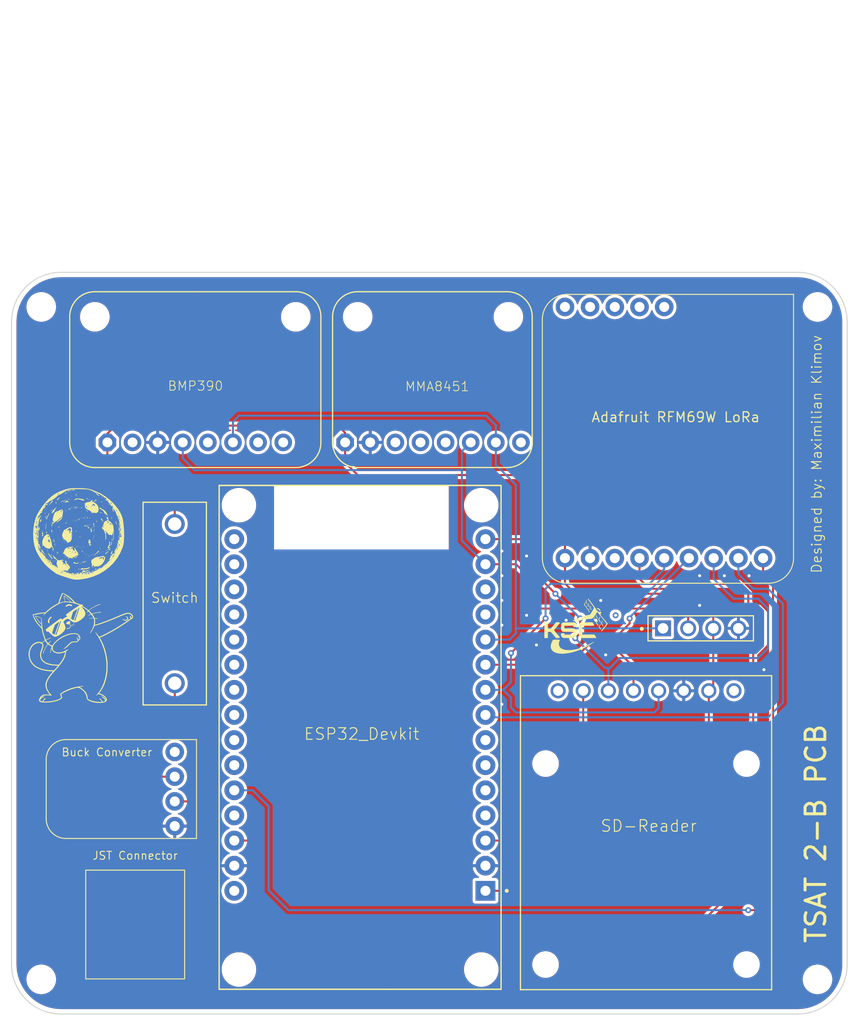
<source format=kicad_pcb>
(kicad_pcb (version 20241229) (generator "pcbnew") (generator_version "9.0")
  (layers (0 "F.Cu" signal) (2 "B.Cu" signal) (13 "F.Paste" user) (15 "B.Paste" user) (5 "F.SilkS" user "F.Silkscreen") (7 "B.SilkS" user "B.Silkscreen") (1 "F.Mask" user) (3 "B.Mask" user) (25 "Edge.Cuts" user))
  (net 0 "")
  (net 1 "3V3")
  (net 2 "GND")
  (net 3 "IRQ")
  (net 4 "SCK/CLK")
  (net 5 "MISO")
  (net 6 "MOSI")
  (net 7 "CS")
  (net 8 "RST")
  (net 9 "N$1")
  (net 10 "SCL")
  (net 11 "SDA")
  (net 12 "5V")
  (net 13 "CS-SD")
  (footprint "TSAT2-B PCB Footprints:MODULE_254_vf.UWP1QFmtRbe75N6hh3BVtg" (layer "F.Cu") (at 160.0809 116.9834 90)
    (property "Reference" "REF**" (hide yes))
    (property "Value" "SD-Reader" (at 0 -4.66 0) (layer "F.SilkS") (effects (font (size 1.1684 1.1684) (thickness 0.1016)) (justify left bottom)))
    (pad "" np_thru_hole circle (at -13.335 -10.16 90) (size 2.2 2.2) (drill 2.2) (layers "*.Cu" "*.Mask"))
    (pad "" np_thru_hole circle (at -13.335 10.16 90) (size 2.2 2.2) (drill 2.2) (layers "*.Cu" "*.Mask"))
    (pad "" np_thru_hole circle (at 6.985 -10.16 90) (size 2.2 2.2) (drill 2.2) (layers "*.Cu" "*.Mask"))
    (pad "" np_thru_hole circle (at 6.985 10.16 90) (size 2.2 2.2) (drill 2.2) (layers "*.Cu" "*.Mask"))
    (pad "1" thru_hole circle (at 14.351 -8.89 90) (size 1.53 1.53) (drill 1.02) (layers "*.Cu" "*.Mask"))
    (pad "2" thru_hole circle (at 14.351 -6.35 90) (size 1.53 1.53) (drill 1.02) (layers "*.Cu" "*.Mask") (net 13 "CS-SD"))
    (pad "3" thru_hole circle (at 14.351 -3.81 90) (size 1.53 1.53) (drill 1.02) (layers "*.Cu" "*.Mask") (net 6 "MOSI"))
    (pad "4" thru_hole circle (at 14.351 -1.27 90) (size 1.53 1.53) (drill 1.02) (layers "*.Cu" "*.Mask") (net 5 "MISO"))
    (pad "5" thru_hole circle (at 14.351 1.27 90) (size 1.53 1.53) (drill 1.02) (layers "*.Cu" "*.Mask") (net 4 "SCK/CLK"))
    (pad "6" thru_hole circle (at 14.351 3.81 90) (size 1.53 1.53) (drill 1.02) (layers "*.Cu" "*.Mask") (net 2 "GND"))
    (pad "7" thru_hole circle (at 14.351 6.35 90) (size 1.53 1.53) (drill 1.02) (layers "*.Cu" "*.Mask") (net 1 "3V3"))
    (pad "8" thru_hole circle (at 14.351 8.89 90) (size 1.53 1.53) (drill 1.02) (layers "*.Cu" "*.Mask"))
  )
  (footprint "TSAT2-B PCB Footprints:KITTY CAT BIGGER" (layer "F.Cu") (at 102.9209 98.3184)
    (property "Reference" "G***" (hide yes))
    (property "Value" "LOGO" (hide yes))
  )
  (footprint "TSat0-PCB_v17:dummyfp2" (layer "F.Cu") (at 98.9209 63.8184)
    (property "Reference" "UNK_HOLE_2" (hide yes))
    (property "Value" "")
    (pad "" np_thru_hole circle (at 0 0) (size 2.5 2.5) (drill 2.5) (layers "*.Cu" "*.Mask"))
  )
  (footprint "TSAT2-B PCB Footprints:LoRa" (layer "F.Cu") (at 154.4949 92.5484)
    (property "Reference" "REF**" (hide yes))
    (property "Value" "LoRa" (hide yes))
    (fp_text user "Adafruit RFM69W LoRa" (at 0 -17 0) (layer "F.SilkS") (effects (font (thickness 0.125)) (justify left bottom)))
    (pad "1" thru_hole circle (at -2.614 -28.73) (size 1.8796 1.8796) (drill 1.016) (layers "*.Cu" "*.Mask"))
    (pad "1" thru_hole circle (at -2.613999 -3.33) (size 1.8796 1.8796) (drill 1.016) (layers "*.Cu" "*.Mask") (net 1 "3V3"))
    (pad "2" thru_hole circle (at -0.074 -28.73) (size 1.8796 1.8796) (drill 1.016) (layers "*.Cu" "*.Mask"))
    (pad "2" thru_hole circle (at -0.073999 -3.33) (size 1.8796 1.8796) (drill 1.016) (layers "*.Cu" "*.Mask") (net 2 "GND"))
    (pad "3" thru_hole circle (at 2.426 -28.73) (size 1.8796 1.8796) (drill 1.016) (layers "*.Cu" "*.Mask"))
    (pad "3" thru_hole circle (at 2.426001 -3.33) (size 1.8796 1.8796) (drill 1.016) (layers "*.Cu" "*.Mask"))
    (pad "4" thru_hole circle (at 4.926 -28.73) (size 1.8796 1.8796) (drill 1.016) (layers "*.Cu" "*.Mask"))
    (pad "4" thru_hole circle (at 4.926001 -3.33) (size 1.8796 1.8796) (drill 1.016) (layers "*.Cu" "*.Mask") (net 3 "IRQ"))
    (pad "5" thru_hole circle (at 7.426 -28.73) (size 1.8796 1.8796) (drill 1.016) (layers "*.Cu" "*.Mask"))
    (pad "5" thru_hole circle (at 7.426001 -3.33) (size 1.8796 1.8796) (drill 1.016) (layers "*.Cu" "*.Mask") (net 4 "SCK/CLK"))
    (pad "6" thru_hole circle (at 9.926001 -3.33) (size 1.8796 1.8796) (drill 1.016) (layers "*.Cu" "*.Mask") (net 5 "MISO"))
    (pad "7" thru_hole circle (at 12.426001 -3.33) (size 1.8796 1.8796) (drill 1.016) (layers "*.Cu" "*.Mask") (net 6 "MOSI"))
    (pad "8" thru_hole circle (at 14.926001 -3.33) (size 1.8796 1.8796) (drill 1.016) (layers "*.Cu" "*.Mask") (net 7 "CS"))
    (pad "9" thru_hole circle (at 17.426001 -3.33) (size 1.8796 1.8796) (drill 1.016) (layers "*.Cu" "*.Mask") (net 8 "RST"))
  )
  (footprint "TSAT2-B PCB Footprints:Boost Converter Adafruit" (layer "F.Cu") (at 109.4209 112.5684 90)
    (property "Reference" "REF**" (hide yes))
    (property "Value" "Boost Converter Adafruit" (hide yes))
    (pad "3V" thru_hole circle (at -1.25 3 90) (size 1.8796 1.8796) (drill 1.016) (layers "*.Cu" "*.Mask") (net 9 "N$1"))
    (pad "EN" thru_hole circle (at 3.75 3 90) (size 1.8796 1.8796) (drill 1.016) (layers "*.Cu" "*.Mask"))
    (pad "GND" thru_hole circle (at -3.75 3 90) (size 1.8796 1.8796) (drill 1.016) (layers "*.Cu" "*.Mask") (net 2 "GND"))
    (pad "VIN" thru_hole circle (at 1.25 3 90) (size 1.8796 1.8796) (drill 1.016) (layers "*.Cu" "*.Mask") (net 12 "5V"))
  )
  (footprint "DUMMY_507" (layer "F.Cu") (at 95 34.5)
    (property "Reference" "FRAME1" (hide yes))
    (property "Value" "FRAME-LETTERNO_PACKAGE" (hide yes))
  )
  (footprint "TSAT2-B PCB Footprints:COOKIES BIGGER" (layer "F.Cu") (at 102.4209 86.8184)
    (property "Reference" "G***" (hide yes))
    (property "Value" "LOGO" (hide yes))
  )
  (footprint "TSAT2-B PCB Footprints:KSC LOGO 2ND" (layer "F.Cu") (at 152.9209 96.3184)
    (property "Reference" "G***" (hide yes))
    (property "Value" "LOGO" (hide yes))
  )
  (footprint "TSAT2-B PCB Footprints:OMRON-MICROSWITCH-FP_vf.UWP1QFmtRbe75N6hh3BVtg" (layer "F.Cu") (at 112.4209 85.7684 90)
    (property "Reference" "REF**" (hide yes))
    (property "Value" "")
    (pad "COM" thru_hole circle (at -16.1 0 90) (size 2.025 2.025) (drill 1.35) (layers "*.Cu" "*.Mask") (net 9 "N$1"))
    (pad "NC" thru_hole circle (at 0 0 90) (size 2.025 2.025) (drill 1.35) (layers "*.Cu" "*.Mask") (net 1 "3V3"))
  )
  (footprint "TSAT2-B PCB Footprints:BMP390" (layer "F.Cu") (at 101.8009 80.0584)
    (property "Reference" "REF**" (hide yes))
    (property "Value" "")
    (pad "" np_thru_hole circle (at 2.54 -15.24) (size 2.5 2.5) (drill 2.5) (layers "*.Cu" "*.Mask"))
    (pad "" np_thru_hole circle (at 22.86 -15.24) (size 2.5 2.5) (drill 2.5) (layers "*.Cu" "*.Mask"))
    (pad "3.3V" thru_hole circle (at 6.35 -2.54 90) (size 1.778 1.778) (drill 1) (layers "*.Cu" "*.Mask"))
    (pad "CS" thru_hole circle (at 19.05 -2.54 90) (size 1.778 1.778) (drill 1) (layers "*.Cu" "*.Mask"))
    (pad "GND" thru_hole circle (at 8.89 -2.54 90) (size 1.778 1.778) (drill 1) (layers "*.Cu" "*.Mask") (net 2 "GND"))
    (pad "INT" thru_hole circle (at 21.59 -2.54 90) (size 1.778 1.778) (drill 1) (layers "*.Cu" "*.Mask"))
    (pad "SCK/SCL" thru_hole circle (at 11.43 -2.54 90) (size 1.778 1.778) (drill 1) (layers "*.Cu" "*.Mask") (net 10 "SCL"))
    (pad "SDI/SDA" thru_hole circle (at 16.51 -2.54 90) (size 1.778 1.778) (drill 1) (layers "*.Cu" "*.Mask") (net 11 "SDA"))
    (pad "SDO/ADR" thru_hole circle (at 13.97 -2.54 90) (size 1.778 1.778) (drill 1) (layers "*.Cu" "*.Mask"))
    (pad "VCC" thru_hole roundrect (at 3.81 -2.54 180) (size 1.778 1.778) (drill 1) (layers "*.Cu" "*.Mask") (chamfer_ratio 0.2928932188) (chamfer top_left top_right bottom_left bottom_right) (net 1 "3V3"))
  )
  (footprint "TSAT2-B PCB Footprints:MODULE_ESP32_DEVKIT_V1_vf.UWP1QFmtRbe75N6hh3BVtg" (layer "F.Cu") (at 131.1409 107.3434 180)
    (property "Reference" "REF**" (hide yes))
    (property "Value" "ESP32_Devkit" (at 5.72 1.025 0) (layer "F.SilkS") (effects (font (size 1.1684 1.1684) (thickness 0.1016)) (justify left top)))
    (pad "" np_thru_hole circle (at -12.28 -23.475 180) (size 3 3) (drill 3) (layers "*.Cu" "*.Mask"))
    (pad "" np_thru_hole circle (at -12.28 23.475 180) (size 3 3) (drill 3) (layers "*.Cu" "*.Mask"))
    (pad "" np_thru_hole circle (at 12.23 -23.475 180) (size 3 3) (drill 3) (layers "*.Cu" "*.Mask"))
    (pad "" np_thru_hole circle (at 12.23 23.475 180) (size 3 3) (drill 3) (layers "*.Cu" "*.Mask"))
    (pad "1" thru_hole rect (at -12.7 -15.515 180) (size 2 2) (drill 1.02) (layers "*.Cu" "*.Mask") (net 1 "3V3"))
    (pad "2" thru_hole circle (at -12.7 -12.975 180) (size 2 2) (drill 1.02) (layers "*.Cu" "*.Mask") (net 2 "GND"))
    (pad "3" thru_hole circle (at -12.7 -10.435 180) (size 2 2) (drill 1.02) (layers "*.Cu" "*.Mask") (net 13 "CS-SD"))
    (pad "4" thru_hole circle (at -12.7 -7.895 180) (size 2 2) (drill 1.02) (layers "*.Cu" "*.Mask"))
    (pad "5" thru_hole circle (at -12.7 -5.355 180) (size 2 2) (drill 1.02) (layers "*.Cu" "*.Mask"))
    (pad "6" thru_hole circle (at -12.7 -2.815 180) (size 2 2) (drill 1.02) (layers "*.Cu" "*.Mask"))
    (pad "7" thru_hole circle (at -12.7 -0.275 180) (size 2 2) (drill 1.02) (layers "*.Cu" "*.Mask"))
    (pad "8" thru_hole circle (at -12.7 2.265 180) (size 2 2) (drill 1.02) (layers "*.Cu" "*.Mask") (net 7 "CS"))
    (pad "9" thru_hole circle (at -12.7 4.805 180) (size 2 2) (drill 1.02) (layers "*.Cu" "*.Mask") (net 4 "SCK/CLK"))
    (pad "10" thru_hole circle (at -12.7 7.345 180) (size 2 2) (drill 1.02) (layers "*.Cu" "*.Mask") (net 5 "MISO"))
    (pad "11" thru_hole circle (at -12.7 9.885 180) (size 2 2) (drill 1.02) (layers "*.Cu" "*.Mask") (net 11 "SDA"))
    (pad "12" thru_hole circle (at -12.7 12.425 180) (size 2 2) (drill 1.02) (layers "*.Cu" "*.Mask"))
    (pad "13" thru_hole circle (at -12.7 14.965 180) (size 2 2) (drill 1.02) (layers "*.Cu" "*.Mask"))
    (pad "14" thru_hole circle (at -12.7 17.505 180) (size 2 2) (drill 1.02) (layers "*.Cu" "*.Mask") (net 10 "SCL"))
    (pad "15" thru_hole circle (at -12.7 20.045 180) (size 2 2) (drill 1.02) (layers "*.Cu" "*.Mask") (net 6 "MOSI"))
    (pad "16" thru_hole circle (at 12.7 20.045 180) (size 2 2) (drill 1.02) (layers "*.Cu" "*.Mask"))
    (pad "17" thru_hole circle (at 12.7 17.505 180) (size 2 2) (drill 1.02) (layers "*.Cu" "*.Mask"))
    (pad "18" thru_hole circle (at 12.7 14.965 180) (size 2 2) (drill 1.02) (layers "*.Cu" "*.Mask"))
    (pad "19" thru_hole circle (at 12.7 12.425 180) (size 2 2) (drill 1.02) (layers "*.Cu" "*.Mask"))
    (pad "20" thru_hole circle (at 12.7 9.885 180) (size 2 2) (drill 1.02) (layers "*.Cu" "*.Mask"))
    (pad "21" thru_hole circle (at 12.7 7.345 180) (size 2 2) (drill 1.02) (layers "*.Cu" "*.Mask"))
    (pad "22" thru_hole circle (at 12.7 4.805 180) (size 2 2) (drill 1.02) (layers "*.Cu" "*.Mask"))
    (pad "23" thru_hole circle (at 12.7 2.265 180) (size 2 2) (drill 1.02) (layers "*.Cu" "*.Mask"))
    (pad "24" thru_hole circle (at 12.7 -0.275 180) (size 2 2) (drill 1.02) (layers "*.Cu" "*.Mask"))
    (pad "25" thru_hole circle (at 12.7 -2.815 180) (size 2 2) (drill 1.02) (layers "*.Cu" "*.Mask"))
    (pad "26" thru_hole circle (at 12.7 -5.355 180) (size 2 2) (drill 1.02) (layers "*.Cu" "*.Mask") (net 8 "RST"))
    (pad "27" thru_hole circle (at 12.7 -7.895 180) (size 2 2) (drill 1.02) (layers "*.Cu" "*.Mask"))
    (pad "28" thru_hole circle (at 12.7 -10.435 180) (size 2 2) (drill 1.02) (layers "*.Cu" "*.Mask") (net 3 "IRQ"))
    (pad "29" thru_hole circle (at 12.7 -12.975 180) (size 2 2) (drill 1.02) (layers "*.Cu" "*.Mask") (net 2 "GND"))
    (pad "30" thru_hole circle (at 12.7 -15.515 180) (size 2 2) (drill 1.02) (layers "*.Cu" "*.Mask"))
    (zone (net 0) (net_name "") (layer "F.Cu") (connect_pads (clearance 0)) (min_thickness 0.25)
      (keepout (tracks not_allowed) (vias not_allowed) (pads not_allowed) (copperpour not_allowed) (footprints allowed))
      (fill (thermal_gap 0.5) (thermal_bridge_width 0.5))
      (polygon (pts (xy 140.1409 81.8534) (xy 122.4509 81.8534) (xy 122.4509 88.3434) (xy 140.1409 88.3434)))
    )
    (zone (net 0) (net_name "") (layer "B.Cu") (connect_pads (clearance 0)) (min_thickness 0.25)
      (keepout (tracks not_allowed) (vias not_allowed) (pads not_allowed) (copperpour not_allowed) (footprints allowed))
      (fill (thermal_gap 0.5) (thermal_bridge_width 0.5))
      (polygon (pts (xy 140.1409 81.8534) (xy 122.4509 81.8534) (xy 122.4509 88.3434) (xy 140.1409 88.3434)))
    )
  )
  (footprint "TSAT2-B PCB Footprints:SULLINS_PPTC041LFBN-RC_vf.UWP1QFmtRbe75N6hh3BVtg" (layer "F.Cu") (at 165.6109 96.3184)
    (property "Reference" "REF**" (hide yes))
    (property "Value" "PPTC041LFBN-RC")
    (pad "1" thru_hole rect (at -3.81 0) (size 1.605 1.605) (drill 1.07) (layers "*.Cu" "*.Mask") (net 11 "SDA"))
    (pad "2" thru_hole circle (at -1.27 0) (size 1.605 1.605) (drill 1.07) (layers "*.Cu" "*.Mask") (net 10 "SCL"))
    (pad "3" thru_hole circle (at 1.27 0) (size 1.605 1.605) (drill 1.07) (layers "*.Cu" "*.Mask") (net 1 "3V3"))
    (pad "4" thru_hole circle (at 3.81 0) (size 1.605 1.605) (drill 1.07) (layers "*.Cu" "*.Mask") (net 2 "GND"))
  )
  (footprint "TSat0-PCB_v17:dummyfp2" (layer "F.Cu") (at 98.9209 131.8184)
    (property "Reference" "UNK_HOLE_2" (hide yes))
    (property "Value" "")
    (pad "" np_thru_hole circle (at 0 0) (size 2.5 2.5) (drill 2.5) (layers "*.Cu" "*.Mask"))
  )
  (footprint "TSAT2-B PCB Footprints:JST-PH 2-Pin SMT Right Angle Connector" (layer "F.Cu") (at 109.4209 123.7684)
    (property "Reference" "REF**" (hide yes))
    (property "Value" "JST-PH 2-Pin SMT Right Angle Connector" (hide yes))
    (fp_text user "JST Connector" (at -1 -4 0) (layer "F.SilkS") (effects (font (size 0.8 0.8) (thickness 0.1)) (justify bottom)))
    (pad "1" smd rect (at -2 0 180) (size 1 3.5) (layers "F.Cu" "F.Mask" "F.Paste") (net 12 "5V"))
    (pad "2" smd rect (at 0 0 180) (size 1 3.5) (layers "F.Cu" "F.Mask" "F.Paste") (net 2 "GND"))
    (pad "3" smd rect (at -4.35 5.55 180) (size 1.5 3.4) (layers "F.Cu" "F.Mask" "F.Paste"))
    (pad "4" smd rect (at 2.35 5.55 180) (size 1.5 3.4) (layers "F.Cu" "F.Mask" "F.Paste"))
  )
  (footprint "TSat0-PCB_v17:dummyfp2" (layer "F.Cu") (at 177.4209 63.8184)
    (property "Reference" "UNK_HOLE_2" (hide yes))
    (property "Value" "")
    (pad "" np_thru_hole circle (at 0 0) (size 2.5 2.5) (drill 2.5) (layers "*.Cu" "*.Mask"))
  )
  (footprint "TSAT2-B PCB Footprints:MMA8451-FP_vf.UWP1QFmtRbe75N6hh3BVtg" (layer "F.Cu") (at 128.3809 80.0584)
    (property "Reference" "REF**" (hide yes))
    (property "Value" "")
    (pad "" np_thru_hole circle (at 2.54 -15.24) (size 2.5 2.5) (drill 2.5) (layers "*.Cu" "*.Mask"))
    (pad "" np_thru_hole circle (at 17.78 -15.24) (size 2.5 2.5) (drill 2.5) (layers "*.Cu" "*.Mask"))
    (pad "+3V3" thru_hole circle (at 6.35 -2.54 90) (size 1.778 1.778) (drill 1) (layers "*.Cu" "*.Mask"))
    (pad "GND" thru_hole circle (at 3.81 -2.54 90) (size 1.778 1.778) (drill 1) (layers "*.Cu" "*.Mask") (net 2 "GND"))
    (pad "INT1" thru_hole circle (at 11.43 -2.54 90) (size 1.778 1.778) (drill 1) (layers "*.Cu" "*.Mask"))
    (pad "INT2" thru_hole circle (at 8.89 -2.54 90) (size 1.778 1.778) (drill 1) (layers "*.Cu" "*.Mask"))
    (pad "SA0" thru_hole circle (at 19.05 -2.54 90) (size 1.778 1.778) (drill 1) (layers "*.Cu" "*.Mask"))
    (pad "SCL" thru_hole circle (at 13.97 -2.54 90) (size 1.778 1.778) (drill 1) (layers "*.Cu" "*.Mask") (net 10 "SCL"))
    (pad "SDA" thru_hole circle (at 16.51 -2.54 90) (size 1.778 1.778) (drill 1) (layers "*.Cu" "*.Mask") (net 11 "SDA"))
    (pad "VIN" thru_hole roundrect (at 1.27 -2.54 180) (size 1.778 1.778) (drill 1) (layers "*.Cu" "*.Mask") (chamfer_ratio 0.2928932188) (chamfer top_left top_right bottom_left bottom_right) (net 1 "3V3"))
  )
  (footprint "TSat0-PCB_v17:dummyfp2" (layer "F.Cu") (at 177.4209 131.8184)
    (property "Reference" "UNK_HOLE_2" (hide yes))
    (property "Value" "")
    (pad "" np_thru_hole circle (at 0 0) (size 2.5 2.5) (drill 2.5) (layers "*.Cu" "*.Mask"))
  )
  (gr_arc (start 95.9209 65.3184) (mid 97.385366 61.782866) (end 100.9209 60.3184) (stroke (width 0.1)) (layer "Edge.Cuts"))
  (gr_arc (start 180.4209 130.3184) (mid 178.956434 133.853934) (end 175.4209 135.3184) (stroke (width 0.1)) (layer "Edge.Cuts"))
  (gr_arc (start 100.9209 135.3184) (mid 97.385366 133.853934) (end 95.9209 130.3184) (stroke (width 0.1)) (layer "Edge.Cuts"))
  (gr_line (start 95.9209 130.3184) (end 95.9209 65.3184) (stroke (width 0.1)) (layer "Edge.Cuts"))
  (gr_line (start 100.9209 60.3184) (end 175.4209 60.3184) (stroke (width 0.1)) (layer "Edge.Cuts"))
  (gr_arc (start 175.4209 60.3184) (mid 178.956434 61.782866) (end 180.4209 65.3184) (stroke (width 0.1)) (layer "Edge.Cuts"))
  (gr_line (start 175.4209 135.3184) (end 100.9209 135.3184) (stroke (width 0.1)) (layer "Edge.Cuts"))
  (gr_line (start 180.4209 65.3184) (end 180.4209 130.3184) (stroke (width 0.1)) (layer "Edge.Cuts"))
  (gr_text "Designed by: Maximilian Klimov" (at 177.9209 90.8184 90) (layer "F.SilkS") (effects (font (size 1 1) (thickness 0.1) (bold yes)) (justify left bottom)))
  (gr_text "Buck Converter" (at 100.9209 109.3184 0) (layer "F.SilkS") (effects (font (size 0.8 0.8) (thickness 0.1)) (justify left bottom)))
  (gr_text "TSAT 2-B PCB" (at 178.4209 128.3184 90) (layer "F.SilkS") (effects (font (size 2 2) (thickness 0.3) (bold yes)) (justify left bottom)))
  (gr_text "Switch" (at 112.4209 93.8184 0) (layer "F.SilkS") (effects (font (size 1 1) (thickness 0.1)) (justify bottom)))
  (gr_text "MMA8451" (at 135.6609 71.3184 0) (layer "F.SilkS") (effects (font (size 0.93472 0.93472) (thickness 0.08128)) (justify left top)))
  (gr_text "BMP390" (at 111.6609 71.26165 0) (layer "F.SilkS") (effects (font (size 0.93472 0.93472) (thickness 0.08128)) (justify left top)))
  (via (at 157 95) (size 0.6) (drill 0.3) (layers "F.Cu" "B.Cu") (net 0))
  (segment (start 151.4209 80.8184) (end 151.9209 81.3184) (width 0.2) (layer "F.Cu") (net 1))
  (segment (start 105.6109 77.5184) (end 105.6109 76.6284) (width 0.2) (layer "F.Cu") (net 1))
  (segment (start 106.4209 75.8184) (end 128.9209 75.8184) (width 0.2) (layer "F.Cu") (net 1))
  (segment (start 166.4309 102.6324) (end 166.4309 121.8084) (width 0.2) (layer "F.Cu") (net 1))
  (segment (start 151.880901 89.2184) (end 151.880901 91.778401) (width 0.2) (layer "F.Cu") (net 1))
  (segment (start 166.8809 93.8584) (end 166.8809 96.3184) (width 0.2) (layer "F.Cu") (net 1))
  (segment (start 166.8809 102.1824) (end 166.4309 102.6324) (width 0.2) (layer "F.Cu") (net 1))
  (segment (start 107.4209 82.3184) (end 111.4209 82.3184) (width 0.2) (layer "F.Cu") (net 1))
  (segment (start 129.6509 79.5484) (end 130.9209 80.8184) (width 0.2) (layer "F.Cu") (net 1))
  (segment (start 152.9209 92.8184) (end 165.9209 92.8184) (width 0.2) (layer "F.Cu") (net 1))
  (segment (start 111.4209 82.3184) (end 112.4209 83.3184) (width 0.2) (layer "F.Cu") (net 1))
  (segment (start 165.9209 92.8184) (end 166.9209 93.8184) (width 0.2) (layer "F.Cu") (net 1))
  (segment (start 129.6509 77.5184) (end 129.6509 79.5484) (width 0.2) (layer "F.Cu") (net 1))
  (segment (start 105.6109 80.5084) (end 107.4209 82.3184) (width 0.2) (layer "F.Cu") (net 1))
  (segment (start 112.4209 83.3184) (end 112.4209 85.7684) (width 0.2) (layer "F.Cu") (net 1))
  (segment (start 151.9209 81.3184) (end 151.880901 81.358399) (width 0.2) (layer "F.Cu") (net 1))
  (segment (start 105.6109 76.6284) (end 106.4209 75.8184) (width 0.2) (layer "F.Cu") (net 1))
  (segment (start 151.880901 81.358399) (end 151.880901 89.2184) (width 0.2) (layer "F.Cu") (net 1))
  (segment (start 129.6509 76.5484) (end 129.6509 77.5184) (width 0.2) (layer "F.Cu") (net 1))
  (segment (start 151.880901 91.778401) (end 152.9209 92.8184) (width 0.2) (layer "F.Cu") (net 1))
  (segment (start 166.9209 93.8184) (end 166.8809 93.8584) (width 0.2) (layer "F.Cu") (net 1))
  (segment (start 105.6109 77.5184) (end 105.6109 80.5084) (width 0.2) (layer "F.Cu") (net 1))
  (segment (start 165.3809 122.8584) (end 143.8409 122.8584) (width 0.2) (layer "F.Cu") (net 1))
  (segment (start 166.8809 96.3184) (end 166.8809 102.1824) (width 0.2) (layer "F.Cu") (net 1))
  (segment (start 166.4309 121.8084) (end 165.3809 122.8584) (width 0.2) (layer "F.Cu") (net 1))
  (segment (start 128.9209 75.8184) (end 129.6509 76.5484) (width 0.2) (layer "F.Cu") (net 1))
  (segment (start 130.9209 80.8184) (end 151.4209 80.8184) (width 0.2) (layer "F.Cu") (net 1))
  (via (at 145.5 104) (size 0.6) (drill 0.3) (layers "F.Cu" "B.Cu") (net 2))
  (via (at 145.5 91) (size 0.6) (drill 0.3) (layers "F.Cu" "B.Cu") (net 2))
  (via (at 149 98) (size 0.6) (drill 0.3) (layers "F.Cu" "B.Cu") (net 2))
  (via (at 148 95) (size 0.6) (drill 0.3) (layers "F.Cu" "B.Cu") (net 2))
  (via (at 145.5 96) (size 0.6) (drill 0.3) (layers "F.Cu" "B.Cu") (net 2))
  (via (at 145.5 88.5) (size 0.6) (drill 0.3) (layers "F.Cu" "B.Cu") (net 2))
  (via (at 172 100.5) (size 0.6) (drill 0.3) (layers "F.Cu" "B.Cu") (net 2))
  (via (at 152 95.5) (size 0.6) (drill 0.3) (layers "F.Cu" "B.Cu") (net 2))
  (via (at 155.5 93.5) (size 0.6) (drill 0.3) (layers "F.Cu" "B.Cu") (net 2))
  (via (at 170.5 91) (size 0.6) (drill 0.3) (layers "F.Cu" "B.Cu") (net 2))
  (via (at 165.5 91) (size 0.6) (drill 0.3) (layers "F.Cu" "B.Cu") (net 2))
  (via (at 148 89) (size 0.6) (drill 0.3) (layers "F.Cu" "B.Cu") (net 2))
  (via (at 165.5 94) (size 0.6) (drill 0.3) (layers "F.Cu" "B.Cu") (net 2))
  (via (at 156 99) (size 0.6) (drill 0.3) (layers "F.Cu" "B.Cu") (net 2))
  (via (at 168 91) (size 0.6) (drill 0.3) (layers "F.Cu" "B.Cu") (net 2))
  (via (at 155 95.5) (size 0.6) (drill 0.3) (layers "F.Cu" "B.Cu") (net 2))
  (via (at 145.5 93.5) (size 0.6) (drill 0.3) (layers "F.Cu" "B.Cu") (net 2))
  (segment (start 122.4209 125.8184) (end 120.9209 124.3184) (width 0.2) (layer "F.Cu") (net 3))
  (segment (start 169.4209 91.8184) (end 170.4209 92.8184) (width 0.2) (layer "F.Cu") (net 3))
  (segment (start 159.9209 91.8184) (end 169.4209 91.8184) (width 0.2) (layer "F.Cu") (net 3))
  (segment (start 171.4209 94.3184) (end 171.9209 94.8184) (width 0.2) (layer "F.Cu") (net 3))
  (segment (start 170.4209 92.8184) (end 170.4209 93.8184) (width 0.2) (layer "F.Cu") (net 3))
  (segment (start 171.9209 97.8184) (end 170.9209 98.8184) (width 0.2) (layer "F.Cu") (net 3))
  (segment (start 170.9209 94.3184) (end 171.4209 94.3184) (width 0.2) (layer "F.Cu") (net 3))
  (segment (start 120.9209 124.3184) (end 120.9209 118.3184) (width 0.2) (layer "F.Cu") (net 3))
  (segment (start 120.9209 118.3184) (end 120.3809 117.7784) (width 0.2) (layer "F.Cu") (net 3))
  (segment (start 120.3809 117.7784) (end 118.4409 117.7784) (width 0.2) (layer "F.Cu") (net 3))
  (segment (start 171.9209 94.8184) (end 171.9209 97.8184) (width 0.2) (layer "F.Cu") (net 3))
  (segment (start 170.9209 105.8184) (end 168.4209 108.3184) (width 0.2) (layer "F.Cu") (net 3))
  (segment (start 168.4209 123.3184) (end 165.9209 125.8184) (width 0.2) (layer "F.Cu") (net 3))
  (segment (start 168.4209 108.3184) (end 168.4209 123.3184) (width 0.2) (layer "F.Cu") (net 3))
  (segment (start 159.4209 91.3184) (end 159.9209 91.8184) (width 0.2) (layer "F.Cu") (net 3))
  (segment (start 159.420901 89.2184) (end 159.4209 91.3184) (width 0.2) (layer "F.Cu") (net 3))
  (segment (start 165.9209 125.8184) (end 122.4209 125.8184) (width 0.2) (layer "F.Cu") (net 3))
  (segment (start 170.4209 93.8184) (end 170.9209 94.3184) (width 0.2) (layer "F.Cu") (net 3))
  (segment (start 170.9209 98.8184) (end 170.9209 105.8184) (width 0.2) (layer "F.Cu") (net 3))
  (segment (start 146.4209 98.8184) (end 149.9209 95.3184) (width 0.2) (layer "F.Cu") (net 4))
  (via (at 149.9209 95.3184) (size 0.6) (drill 0.3) (layers "F.Cu" "B.Cu") (net 4))
  (via (at 146.4209 98.8184) (size 0.6) (drill 0.3) (layers "F.Cu" "B.Cu") (net 4))
  (segment (start 146.9209 104.8184) (end 146.4209 104.3184) (width 0.2) (layer "B.Cu") (net 4))
  (segment (start 146.4209 103.3184) (end 145.6409 102.5384) (width 0.2) (layer "B.Cu") (net 4))
  (segment (start 150.4209 91.8184) (end 160.4209 91.8184) (width 0.2) (layer "B.Cu") (net 4))
  (segment (start 149.9209 95.3184) (end 149.9209 92.3184) (width 0.2) (layer "B.Cu") (net 4))
  (segment (start 160.4209 91.8184) (end 161.920901 90.318399) (width 0.2) (layer "B.Cu") (net 4))
  (segment (start 145.6409 102.5384) (end 146.4209 101.7584) (width 0.2) (layer "B.Cu") (net 4))
  (segment (start 146.4209 101.7584) (end 146.4209 98.8184) (width 0.2) (layer "B.Cu") (net 4))
  (segment (start 145.6409 102.5384) (end 143.8409 102.5384) (width 0.2) (layer "B.Cu") (net 4))
  (segment (start 161.3509 104.3884) (end 160.9209 104.8184) (width 0.2) (layer "B.Cu") (net 4))
  (segment (start 161.920901 90.318399) (end 161.920901 89.2184) (width 0.2) (layer "B.Cu") (net 4))
  (segment (start 149.9209 92.3184) (end 150.4209 91.8184) (width 0.2) (layer "B.Cu") (net 4))
  (segment (start 160.9209 104.8184) (end 146.9209 104.8184) (width 0.2) (layer "B.Cu") (net 4))
  (segment (start 161.3509 102.6324) (end 161.3509 104.3884) (width 0.2) (layer "B.Cu") (net 4))
  (segment (start 146.4209 104.3184) (end 146.4209 103.3184) (width 0.2) (layer "B.Cu") (net 4))
  (segment (start 156.4209 97.8184) (end 154.4209 97.8184) (width 0.2) (layer "F.Cu") (net 5))
  (segment (start 156.4209 97.8184) (end 158.4209 95.8184) (width 0.2) (layer "F.Cu") (net 5))
  (segment (start 158.8109 102.6324) (end 158.8109 100.2084) (width 0.2) (layer "F.Cu") (net 5))
  (segment (start 152.2409 99.9984) (end 143.8409 99.9984) (width 0.2) (layer "F.Cu") (net 5))
  (segment (start 158.8109 100.2084) (end 156.4209 97.8184) (width 0.2) (layer "F.Cu") (net 5))
  (segment (start 154.4209 97.8184) (end 152.2409 99.9984) (width 0.2) (layer "F.Cu") (net 5))
  (segment (start 158.4209 95.8184) (end 158.4209 95.3184) (width 0.2) (layer "F.Cu") (net 5))
  (via (at 158.4209 95.3184) (size 0.6) (drill 0.3) (layers "F.Cu" "B.Cu") (net 5))
  (segment (start 164.420901 89.2184) (end 158.4209 95.218401) (width 0.2) (layer "B.Cu") (net 5))
  (segment (start 158.4209 95.218401) (end 158.4209 95.3184) (width 0.2) (layer "B.Cu") (net 5))
  (segment (start 143.8409 87.2984) (end 148.4009 87.2984) (width 0.2) (layer "F.Cu") (net 6))
  (segment (start 153.4209 96.8184) (end 152.9209 97.3184) (width 0.2) (layer "F.Cu") (net 6))
  (segment (start 153.4209 95.3184) (end 153.4209 96.8184) (width 0.2) (layer "F.Cu") (net 6))
  (segment (start 148.9209 87.8184) (end 148.9209 90.8184) (width 0.2) (layer "F.Cu") (net 6))
  (segment (start 148.9209 90.8184) (end 150.9209 92.8184) (width 0.2) (layer "F.Cu") (net 6))
  (segment (start 148.4009 87.2984) (end 148.9209 87.8184) (width 0.2) (layer "F.Cu") (net 6))
  (via (at 153.4209 95.3184) (size 0.6) (drill 0.3) (layers "F.Cu" "B.Cu") (net 6))
  (via (at 152.9209 97.3184) (size 0.6) (drill 0.3) (layers "F.Cu" "B.Cu") (net 6))
  (via (at 150.9209 92.8184) (size 0.6) (drill 0.3) (layers "F.Cu" "B.Cu") (net 6))
  (segment (start 171.4209 99.3184) (end 157.4209 99.3184) (width 0.2) (layer "B.Cu") (net 6))
  (segment (start 156.4209 100.3184) (end 156.2709 100.4684) (width 0.2) (layer "B.Cu") (net 6))
  (segment (start 166.920901 91.318401) (end 168.9209 93.3184) (width 0.2) (layer "B.Cu") (net 6))
  (segment (start 156.2709 100.4684) (end 156.2709 102.6324) (width 0.2) (layer "B.Cu") (net 6))
  (segment (start 150.9209 92.8184) (end 153.4209 95.3184) (width 0.2) (layer "B.Cu") (net 6))
  (segment (start 168.9209 93.3184) (end 171.4209 93.3184) (width 0.2) (layer "B.Cu") (net 6))
  (segment (start 166.920901 89.2184) (end 166.920901 91.318401) (width 0.2) (layer "B.Cu") (net 6))
  (segment (start 155.9209 100.3184) (end 156.4209 100.3184) (width 0.2) (layer "B.Cu") (net 6))
  (segment (start 172.4209 94.3184) (end 172.4209 98.3184) (width 0.2) (layer "B.Cu") (net 6))
  (segment (start 172.4209 98.3184) (end 171.4209 99.3184) (width 0.2) (layer "B.Cu") (net 6))
  (segment (start 152.9209 97.3184) (end 155.9209 100.3184) (width 0.2) (layer "B.Cu") (net 6))
  (segment (start 157.4209 99.3184) (end 156.4209 100.3184) (width 0.2) (layer "B.Cu") (net 6))
  (segment (start 171.4209 93.3184) (end 172.4209 94.3184) (width 0.2) (layer "B.Cu") (net 6))
  (segment (start 172.4209 105.3184) (end 144.0809 105.3184) (width 0.2) (layer "B.Cu") (net 7))
  (segment (start 169.420901 90.818401) (end 170.9209 92.3184) (width 0.2) (layer "B.Cu") (net 7))
  (segment (start 169.420901 89.2184) (end 169.420901 90.818401) (width 0.2) (layer "B.Cu") (net 7))
  (segment (start 173.9209 93.8184) (end 173.9209 103.8184) (width 0.2) (layer "B.Cu") (net 7))
  (segment (start 144.0809 105.3184) (end 143.8409 105.0784) (width 0.2) (layer "B.Cu") (net 7))
  (segment (start 173.9209 103.8184) (end 172.4209 105.3184) (width 0.2) (layer "B.Cu") (net 7))
  (segment (start 172.4209 92.3184) (end 173.9209 93.8184) (width 0.2) (layer "B.Cu") (net 7))
  (segment (start 170.9209 92.3184) (end 172.4209 92.3184) (width 0.2) (layer "B.Cu") (net 7))
  (segment (start 171.4209 124.8184) (end 170.4209 124.8184) (width 0.2) (layer "F.Cu") (net 8))
  (segment (start 171.920901 90.818401) (end 172.9209 91.8184) (width 0.2) (layer "F.Cu") (net 8))
  (segment (start 172.9209 123.3184) (end 171.4209 124.8184) (width 0.2) (layer "F.Cu") (net 8))
  (segment (start 171.920901 89.2184) (end 171.920901 90.818401) (width 0.2) (layer "F.Cu") (net 8))
  (segment (start 172.9209 91.8184) (end 172.9209 123.3184) (width 0.2) (layer "F.Cu") (net 8))
  (via (at 170.4209 124.8184) (size 0.6) (drill 0.3) (layers "F.Cu" "B.Cu") (net 8))
  (segment (start 170.4209 124.8184) (end 123.9209 124.8184) (width 0.2) (layer "B.Cu") (net 8))
  (segment (start 123.9209 124.8184) (end 121.9209 122.8184) (width 0.2) (layer "B.Cu") (net 8))
  (segment (start 120.3009 112.6984) (end 118.4409 112.6984) (width 0.2) (layer "B.Cu") (net 8))
  (segment (start 121.9209 122.8184) (end 121.9209 114.3184) (width 0.2) (layer "B.Cu") (net 8))
  (segment (start 121.9209 114.3184) (end 120.3009 112.6984) (width 0.2) (layer "B.Cu") (net 8))
  (segment (start 114.9209 106.8184) (end 114.4209 106.3184) (width 0.2) (layer "F.Cu") (net 9))
  (segment (start 112.4209 113.8184) (end 113.9209 113.8184) (width 0.2) (layer "F.Cu") (net 9))
  (segment (start 112.4209 105.3184) (end 112.4209 101.8684) (width 0.2) (layer "F.Cu") (net 9))
  (segment (start 114.9209 112.8184) (end 114.9209 106.8184) (width 0.2) (layer "F.Cu") (net 9))
  (segment (start 114.4209 106.3184) (end 113.4209 106.3184) (width 0.2) (layer "F.Cu") (net 9))
  (segment (start 113.9209 113.8184) (end 114.9209 112.8184) (width 0.2) (layer "F.Cu") (net 9))
  (segment (start 113.4209 106.3184) (end 112.4209 105.3184) (width 0.2) (layer "F.Cu") (net 9))
  (segment (start 164.3409 94.8984) (end 164.3409 96.3184) (width 0.2) (layer "F.Cu") (net 10))
  (segment (start 146.9409 89.8384) (end 147.9209 90.8184) (width 0.2) (layer "F.Cu") (net 10))
  (segment (start 163.9209 94.3184) (end 164.4209 94.8184) (width 0.2) (layer "F.Cu") (net 10))
  (segment (start 143.8409 89.8384) (end 146.9409 89.8384) (width 0.2) (layer "F.Cu") (net 10))
  (segment (start 147.9209 93.3184) (end 148.9209 94.3184) (width 0.2) (layer "F.Cu") (net 10))
  (segment (start 147.9209 90.8184) (end 147.9209 93.3184) (width 0.2) (layer "F.Cu") (net 10))
  (segment (start 148.9209 94.3184) (end 163.9209 94.3184) (width 0.2) (layer "F.Cu") (net 10))
  (segment (start 164.4209 94.8184) (end 164.3409 94.8984) (width 0.2) (layer "F.Cu") (net 10))
  (segment (start 141.461901 78.407399) (end 141.461901 80.3184) (width 0.2) (layer "B.Cu") (net 10))
  (segment (start 142.3509 77.5184) (end 141.461901 78.407399) (width 0.2) (layer "B.Cu") (net 10))
  (segment (start 113.2309 77.5184) (end 113.2309 79.1284) (width 0.2) (layer "B.Cu") (net 10))
  (segment (start 141.461901 80.3184) (end 141.461901 87.459401) (width 0.2) (layer "B.Cu") (net 10))
  (segment (start 114.4209 80.3184) (end 141.461901 80.3184) (width 0.2) (layer "B.Cu") (net 10))
  (segment (start 141.461901 87.459401) (end 143.8409 89.8384) (width 0.2) (layer "B.Cu") (net 10))
  (segment (start 113.2309 79.1284) (end 114.4209 80.3184) (width 0.2) (layer "B.Cu") (net 10))
  (segment (start 118.3109 75.4284) (end 118.9209 74.8184) (width 0.2) (layer "B.Cu") (net 11))
  (segment (start 144.8909 77.5184) (end 144.8909 79.7884) (width 0.2) (layer "B.Cu") (net 11))
  (segment (start 161.8009 96.3184) (end 146.9209 96.3184) (width 0.2) (layer "B.Cu") (net 11))
  (segment (start 144.9209 75.8184) (end 144.8909 75.8484) (width 0.2) (layer "B.Cu") (net 11))
  (segment (start 143.9209 74.8184) (end 144.9209 75.8184) (width 0.2) (layer "B.Cu") (net 11))
  (segment (start 118.3109 77.5184) (end 118.3109 75.4284) (width 0.2) (layer "B.Cu") (net 11))
  (segment (start 146.9209 81.8184) (end 146.9209 96.3184) (width 0.2) (layer "B.Cu") (net 11))
  (segment (start 146.2809 97.4584) (end 143.8409 97.4584) (width 0.2) (layer "B.Cu") (net 11))
  (segment (start 144.8909 79.7884) (end 146.9209 81.8184) (width 0.2) (layer "B.Cu") (net 11))
  (segment (start 146.9209 96.3184) (end 146.9209 96.8184) (width 0.2) (layer "B.Cu") (net 11))
  (segment (start 118.9209 74.8184) (end 143.9209 74.8184) (width 0.2) (layer "B.Cu") (net 11))
  (segment (start 144.8909 75.8484) (end 144.8909 77.5184) (width 0.2) (layer "B.Cu") (net 11))
  (segment (start 146.9209 96.8184) (end 146.2809 97.4584) (width 0.2) (layer "B.Cu") (net 11))
  (segment (start 107.4209 123.8184) (end 107.4209 112.8184) (width 0.2) (layer "F.Cu") (net 12))
  (segment (start 107.4209 112.8184) (end 108.9209 111.3184) (width 0.2) (layer "F.Cu") (net 12))
  (segment (start 108.9209 111.3184) (end 112.4209 111.3184) (width 0.2) (layer "F.Cu") (net 12))
  (segment (start 152.9209 117.8184) (end 152.8809 117.7784) (width 0.2) (layer "F.Cu") (net 13))
  (segment (start 143.8409 117.7784) (end 152.8809 117.7784) (width 0.2) (layer "F.Cu") (net 13))
  (segment (start 152.9209 117.8184) (end 153.7309 117.0084) (width 0.2) (layer "F.Cu") (net 13))
  (segment (start 153.7309 117.0084) (end 153.7309 102.6324) (width 0.2) (layer "F.Cu") (net 13))
  (zone (net 2) (net_name "GND") (layer "F.Cu") (priority 6) (connect_pads (clearance 0.3048)) (min_thickness 0.127) (fill yes (thermal_gap 0.304) (thermal_bridge_width 0.304))
    (polygon (pts (xy 95.4209 59.8184) (xy 181.4209 59.8184) (xy 181.4209 136.3184) (xy 94.9209 136.3184)))
  )
  (zone (net 2) (net_name "GND") (layer "B.Cu") (connect_pads (clearance 0.3048)) (min_thickness 0.127) (fill yes (thermal_gap 0.304) (thermal_bridge_width 0.304))
    (polygon (pts (xy 95.4209 59.8184) (xy 181.4209 59.8184) (xy 181.4209 136.3184) (xy 94.9209 136.3184)))
  )
)
</source>
